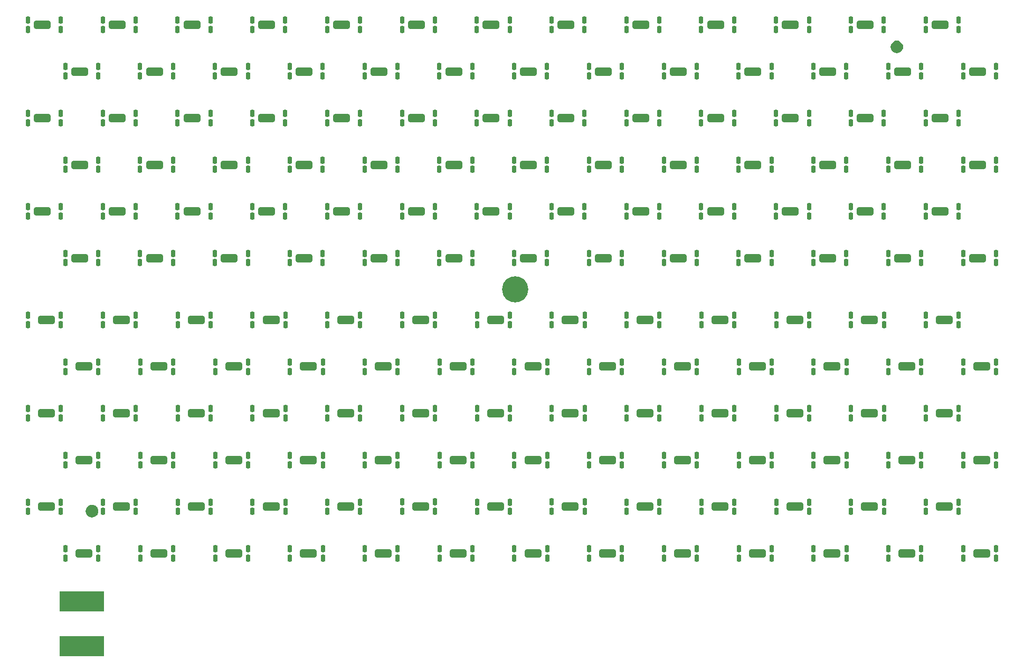
<source format=gts>
G04 Layer_Color=8388736*
%FSLAX24Y24*%
%MOIN*%
G70*
G01*
G75*
G04:AMPARAMS|DCode=20|XSize=108mil|YSize=54.5mil|CornerRadius=15.6mil|HoleSize=0mil|Usage=FLASHONLY|Rotation=180.000|XOffset=0mil|YOffset=0mil|HoleType=Round|Shape=RoundedRectangle|*
%AMROUNDEDRECTD20*
21,1,0.1080,0.0232,0,0,180.0*
21,1,0.0768,0.0545,0,0,180.0*
1,1,0.0312,-0.0384,0.0116*
1,1,0.0312,0.0384,0.0116*
1,1,0.0312,0.0384,-0.0116*
1,1,0.0312,-0.0384,-0.0116*
%
%ADD20ROUNDEDRECTD20*%
G04:AMPARAMS|DCode=21|XSize=28.5mil|YSize=43.4mil|CornerRadius=9.1mil|HoleSize=0mil|Usage=FLASHONLY|Rotation=180.000|XOffset=0mil|YOffset=0mil|HoleType=Round|Shape=RoundedRectangle|*
%AMROUNDEDRECTD21*
21,1,0.0285,0.0252,0,0,180.0*
21,1,0.0102,0.0434,0,0,180.0*
1,1,0.0182,-0.0051,0.0126*
1,1,0.0182,0.0051,0.0126*
1,1,0.0182,0.0051,-0.0126*
1,1,0.0182,-0.0051,-0.0126*
%
%ADD21ROUNDEDRECTD21*%
%ADD22R,0.2836X0.1261*%
%ADD23C,0.1655*%
G36*
X25467Y40551D02*
X25563Y40511D01*
X25645Y40448D01*
X25708Y40366D01*
X25748Y40270D01*
X25761Y40167D01*
X25748Y40065D01*
X25708Y39969D01*
X25645Y39887D01*
X25563Y39823D01*
X25467Y39784D01*
X25364Y39770D01*
X25261Y39784D01*
X25166Y39823D01*
X25083Y39887D01*
X25020Y39969D01*
X24981Y40065D01*
X24967Y40167D01*
X24981Y40270D01*
X25020Y40366D01*
X25083Y40448D01*
X25166Y40511D01*
X25261Y40551D01*
X25364Y40564D01*
X25467Y40551D01*
D02*
G37*
G36*
X76294Y69911D02*
X76389Y69871D01*
X76472Y69808D01*
X76535Y69726D01*
X76575Y69630D01*
X76588Y69528D01*
X76575Y69425D01*
X76535Y69329D01*
X76472Y69247D01*
X76389Y69184D01*
X76294Y69144D01*
X76191Y69130D01*
X76088Y69144D01*
X75992Y69184D01*
X75910Y69247D01*
X75847Y69329D01*
X75807Y69425D01*
X75794Y69528D01*
X75807Y69630D01*
X75847Y69726D01*
X75910Y69808D01*
X75992Y69871D01*
X76088Y69911D01*
X76191Y69925D01*
X76294Y69911D01*
D02*
G37*
D20*
X67106Y56161D02*
D03*
X24862Y49311D02*
D03*
X29587D02*
D03*
X34311D02*
D03*
X39035D02*
D03*
X43760D02*
D03*
X48484D02*
D03*
X53209D02*
D03*
X22500Y46358D02*
D03*
X27224D02*
D03*
X31949D02*
D03*
X36673D02*
D03*
X41398D02*
D03*
X46122D02*
D03*
X50846D02*
D03*
X24862Y43406D02*
D03*
X29587D02*
D03*
X34311D02*
D03*
X39035D02*
D03*
X43760D02*
D03*
X48484D02*
D03*
X53209D02*
D03*
X22500Y40453D02*
D03*
X27224D02*
D03*
X31949D02*
D03*
X36673D02*
D03*
X41398D02*
D03*
X46122Y40463D02*
D03*
X50846Y40453D02*
D03*
X24862Y37500D02*
D03*
X29587D02*
D03*
X34311D02*
D03*
X39035D02*
D03*
X43760D02*
D03*
X48484D02*
D03*
X53209D02*
D03*
X22500Y52264D02*
D03*
X27224D02*
D03*
X31949D02*
D03*
X36673D02*
D03*
X41398D02*
D03*
X46122D02*
D03*
X50846D02*
D03*
X57933Y49311D02*
D03*
X62657D02*
D03*
X67382D02*
D03*
X72106D02*
D03*
X76831D02*
D03*
X81555D02*
D03*
X78917Y59114D02*
D03*
X55571Y46358D02*
D03*
X60295D02*
D03*
X65020D02*
D03*
X69744D02*
D03*
X74468D02*
D03*
X79193D02*
D03*
X81280Y62067D02*
D03*
X57933Y43406D02*
D03*
X62657D02*
D03*
X67382D02*
D03*
X72106D02*
D03*
X76831D02*
D03*
X81555D02*
D03*
X78917Y65020D02*
D03*
X55571Y40463D02*
D03*
X60295Y40453D02*
D03*
X65020D02*
D03*
X69744D02*
D03*
X74468D02*
D03*
X79193D02*
D03*
X57933Y37500D02*
D03*
X62657D02*
D03*
X67382D02*
D03*
X72106D02*
D03*
X76831D02*
D03*
X81555D02*
D03*
X78917Y70925D02*
D03*
X55571Y52264D02*
D03*
X60295D02*
D03*
X65020D02*
D03*
X69744D02*
D03*
X74468D02*
D03*
X79193D02*
D03*
X74193Y59114D02*
D03*
X69468D02*
D03*
X64744D02*
D03*
X60020D02*
D03*
X57657Y62067D02*
D03*
X52933D02*
D03*
X48209D02*
D03*
X76555D02*
D03*
X71831D02*
D03*
X67106D02*
D03*
X62382D02*
D03*
X55295Y65020D02*
D03*
X50571D02*
D03*
X45846D02*
D03*
X74193D02*
D03*
X69468D02*
D03*
X64744D02*
D03*
X60020D02*
D03*
X57657Y56161D02*
D03*
X52933D02*
D03*
X48209D02*
D03*
X76555Y67972D02*
D03*
X71831D02*
D03*
X67106D02*
D03*
X62382D02*
D03*
X57657D02*
D03*
X50571Y70925D02*
D03*
X45846D02*
D03*
X74193D02*
D03*
X69468D02*
D03*
X64744D02*
D03*
X60020D02*
D03*
X55295D02*
D03*
X52933Y67972D02*
D03*
X48209D02*
D03*
X76555Y56161D02*
D03*
X71831D02*
D03*
X62382D02*
D03*
X55295Y59114D02*
D03*
X50571D02*
D03*
X45846D02*
D03*
X43484Y62067D02*
D03*
X38760D02*
D03*
X34035D02*
D03*
X29311D02*
D03*
X22224Y59114D02*
D03*
X41122Y65020D02*
D03*
X36398D02*
D03*
X31673D02*
D03*
X26949D02*
D03*
X24587Y62067D02*
D03*
X43484Y56161D02*
D03*
X38760D02*
D03*
X34035D02*
D03*
X29311D02*
D03*
X22224Y65020D02*
D03*
X41122Y70925D02*
D03*
X36398D02*
D03*
X31673D02*
D03*
X26949D02*
D03*
X22224D02*
D03*
X43484Y67972D02*
D03*
X38760D02*
D03*
X34035D02*
D03*
X29311D02*
D03*
X24587D02*
D03*
X41122Y59114D02*
D03*
X36388D02*
D03*
X31673D02*
D03*
X26949D02*
D03*
X24587Y56161D02*
D03*
X81280Y67972D02*
D03*
Y56161D02*
D03*
D21*
X66201Y55876D02*
D03*
Y56467D02*
D03*
X68278Y55876D02*
D03*
Y56467D02*
D03*
X25768Y49596D02*
D03*
Y49006D02*
D03*
X23691Y49596D02*
D03*
Y49006D02*
D03*
X30492Y49596D02*
D03*
Y49006D02*
D03*
X28415Y49596D02*
D03*
Y49006D02*
D03*
X35217Y49596D02*
D03*
Y49006D02*
D03*
X33140Y49596D02*
D03*
Y49006D02*
D03*
X39941Y49596D02*
D03*
Y49006D02*
D03*
X37864Y49596D02*
D03*
Y49006D02*
D03*
X44665Y49596D02*
D03*
Y49006D02*
D03*
X42589Y49596D02*
D03*
Y49006D02*
D03*
X49390Y49596D02*
D03*
Y49006D02*
D03*
X47313Y49596D02*
D03*
Y49006D02*
D03*
X54114Y49596D02*
D03*
Y49006D02*
D03*
X52037Y49596D02*
D03*
Y49006D02*
D03*
X23406Y46644D02*
D03*
Y46053D02*
D03*
X21329Y46644D02*
D03*
Y46053D02*
D03*
X28130Y46644D02*
D03*
Y46053D02*
D03*
X26053Y46644D02*
D03*
Y46053D02*
D03*
X32854Y46644D02*
D03*
Y46053D02*
D03*
X30778Y46644D02*
D03*
Y46053D02*
D03*
X37579Y46644D02*
D03*
Y46053D02*
D03*
X35502Y46644D02*
D03*
Y46053D02*
D03*
X42303Y46644D02*
D03*
Y46053D02*
D03*
X40226Y46644D02*
D03*
Y46053D02*
D03*
X47028Y46644D02*
D03*
Y46053D02*
D03*
X44951Y46644D02*
D03*
Y46053D02*
D03*
X51752Y46644D02*
D03*
Y46053D02*
D03*
X49675Y46644D02*
D03*
Y46053D02*
D03*
X25768Y43691D02*
D03*
Y43100D02*
D03*
X23691Y43691D02*
D03*
Y43100D02*
D03*
X30492Y43691D02*
D03*
Y43100D02*
D03*
X28415Y43691D02*
D03*
Y43100D02*
D03*
X35217Y43691D02*
D03*
Y43100D02*
D03*
X33140Y43691D02*
D03*
Y43100D02*
D03*
X39941Y43691D02*
D03*
Y43100D02*
D03*
X37864Y43691D02*
D03*
Y43100D02*
D03*
X44665Y43691D02*
D03*
Y43100D02*
D03*
X42589Y43691D02*
D03*
Y43100D02*
D03*
X49390Y43691D02*
D03*
Y43100D02*
D03*
X47313Y43691D02*
D03*
Y43100D02*
D03*
X54114Y43691D02*
D03*
Y43100D02*
D03*
X52037Y43691D02*
D03*
Y43100D02*
D03*
X23406Y40738D02*
D03*
Y40148D02*
D03*
X21329Y40738D02*
D03*
Y40148D02*
D03*
X28130Y40738D02*
D03*
Y40148D02*
D03*
X26053Y40738D02*
D03*
Y40148D02*
D03*
X32854Y40738D02*
D03*
Y40148D02*
D03*
X30778Y40738D02*
D03*
Y40148D02*
D03*
X37579Y40738D02*
D03*
Y40148D02*
D03*
X35502Y40738D02*
D03*
Y40148D02*
D03*
X42303Y40738D02*
D03*
Y40148D02*
D03*
X40226Y40738D02*
D03*
Y40148D02*
D03*
X47028Y40748D02*
D03*
Y40157D02*
D03*
X44951Y40748D02*
D03*
Y40157D02*
D03*
X51752Y40738D02*
D03*
Y40148D02*
D03*
X49675Y40738D02*
D03*
Y40148D02*
D03*
X25768Y37785D02*
D03*
Y37195D02*
D03*
X23691Y37785D02*
D03*
Y37195D02*
D03*
X30492Y37785D02*
D03*
Y37195D02*
D03*
X28415Y37785D02*
D03*
Y37195D02*
D03*
X35217Y37785D02*
D03*
Y37195D02*
D03*
X33140Y37785D02*
D03*
Y37195D02*
D03*
X39941Y37785D02*
D03*
Y37195D02*
D03*
X37864Y37785D02*
D03*
Y37195D02*
D03*
X44665Y37785D02*
D03*
Y37195D02*
D03*
X42589Y37785D02*
D03*
Y37195D02*
D03*
X49390Y37785D02*
D03*
Y37195D02*
D03*
X47313Y37785D02*
D03*
Y37195D02*
D03*
X54114Y37785D02*
D03*
Y37195D02*
D03*
X52037Y37785D02*
D03*
Y37195D02*
D03*
X23406Y52549D02*
D03*
Y51959D02*
D03*
X21329Y52549D02*
D03*
Y51959D02*
D03*
X28130Y52549D02*
D03*
Y51959D02*
D03*
X26053Y52549D02*
D03*
Y51959D02*
D03*
X32854Y52549D02*
D03*
Y51959D02*
D03*
X30778Y52549D02*
D03*
Y51959D02*
D03*
X37579Y52549D02*
D03*
Y51959D02*
D03*
X35502Y52549D02*
D03*
Y51959D02*
D03*
X42303Y52549D02*
D03*
Y51959D02*
D03*
X40226Y52549D02*
D03*
Y51959D02*
D03*
X47028Y52549D02*
D03*
Y51959D02*
D03*
X44951Y52549D02*
D03*
Y51959D02*
D03*
X51752Y52549D02*
D03*
Y51959D02*
D03*
X49675Y52549D02*
D03*
Y51959D02*
D03*
X58839Y49596D02*
D03*
Y49006D02*
D03*
X56762Y49596D02*
D03*
Y49006D02*
D03*
X63563Y49596D02*
D03*
Y49006D02*
D03*
X61486Y49596D02*
D03*
Y49006D02*
D03*
X68287Y49596D02*
D03*
Y49006D02*
D03*
X66211Y49596D02*
D03*
Y49006D02*
D03*
X73012Y49596D02*
D03*
Y49006D02*
D03*
X70935Y49596D02*
D03*
Y49006D02*
D03*
X77736Y49596D02*
D03*
Y49006D02*
D03*
X75659Y49596D02*
D03*
Y49006D02*
D03*
X82461Y49596D02*
D03*
Y49006D02*
D03*
X80384Y49596D02*
D03*
Y49006D02*
D03*
X78012Y58829D02*
D03*
Y59419D02*
D03*
X80089Y58829D02*
D03*
Y59419D02*
D03*
X56476Y46644D02*
D03*
Y46053D02*
D03*
X54400Y46644D02*
D03*
Y46053D02*
D03*
X61201Y46644D02*
D03*
Y46053D02*
D03*
X59124Y46644D02*
D03*
Y46053D02*
D03*
X65925Y46644D02*
D03*
Y46053D02*
D03*
X63848Y46644D02*
D03*
Y46053D02*
D03*
X70650Y46644D02*
D03*
Y46053D02*
D03*
X68573Y46644D02*
D03*
Y46053D02*
D03*
X75374Y46644D02*
D03*
Y46053D02*
D03*
X73297Y46644D02*
D03*
Y46053D02*
D03*
X80098Y46644D02*
D03*
Y46053D02*
D03*
X78022Y46644D02*
D03*
Y46053D02*
D03*
X80374Y61782D02*
D03*
Y62372D02*
D03*
X82451Y61782D02*
D03*
Y62372D02*
D03*
X58839Y43691D02*
D03*
Y43100D02*
D03*
X56762Y43691D02*
D03*
Y43100D02*
D03*
X63563Y43691D02*
D03*
Y43100D02*
D03*
X61486Y43691D02*
D03*
Y43100D02*
D03*
X68287Y43691D02*
D03*
Y43100D02*
D03*
X66211Y43691D02*
D03*
Y43100D02*
D03*
X73012Y43691D02*
D03*
Y43100D02*
D03*
X70935Y43691D02*
D03*
Y43100D02*
D03*
X77736Y43691D02*
D03*
Y43100D02*
D03*
X75659Y43691D02*
D03*
Y43100D02*
D03*
X82461Y43691D02*
D03*
Y43100D02*
D03*
X80384Y43691D02*
D03*
Y43100D02*
D03*
X78012Y64734D02*
D03*
Y65325D02*
D03*
X80089Y64734D02*
D03*
Y65325D02*
D03*
X56476Y40748D02*
D03*
Y40157D02*
D03*
X54400Y40748D02*
D03*
Y40157D02*
D03*
X61201Y40738D02*
D03*
Y40148D02*
D03*
X59124Y40738D02*
D03*
Y40148D02*
D03*
X65925Y40738D02*
D03*
Y40148D02*
D03*
X63848Y40738D02*
D03*
Y40148D02*
D03*
X70650Y40738D02*
D03*
Y40148D02*
D03*
X68573Y40738D02*
D03*
Y40148D02*
D03*
X75374Y40738D02*
D03*
Y40148D02*
D03*
X73297Y40738D02*
D03*
Y40148D02*
D03*
X80098Y40738D02*
D03*
Y40148D02*
D03*
X78022Y40738D02*
D03*
Y40148D02*
D03*
X58839Y37785D02*
D03*
Y37195D02*
D03*
X56762Y37785D02*
D03*
Y37195D02*
D03*
X63563Y37785D02*
D03*
Y37195D02*
D03*
X61486Y37785D02*
D03*
Y37195D02*
D03*
X68287Y37785D02*
D03*
Y37195D02*
D03*
X66211Y37785D02*
D03*
Y37195D02*
D03*
X73012Y37785D02*
D03*
Y37195D02*
D03*
X70935Y37785D02*
D03*
Y37195D02*
D03*
X77736Y37785D02*
D03*
Y37195D02*
D03*
X75659Y37785D02*
D03*
Y37195D02*
D03*
X82461Y37785D02*
D03*
Y37195D02*
D03*
X80384Y37785D02*
D03*
Y37195D02*
D03*
X78012Y70640D02*
D03*
Y71230D02*
D03*
X80089Y70640D02*
D03*
Y71230D02*
D03*
X56476Y52549D02*
D03*
Y51959D02*
D03*
X54400Y52549D02*
D03*
Y51959D02*
D03*
X61201Y52549D02*
D03*
Y51959D02*
D03*
X59124Y52549D02*
D03*
Y51959D02*
D03*
X65925Y52549D02*
D03*
Y51959D02*
D03*
X63848Y52549D02*
D03*
Y51959D02*
D03*
X70650Y52549D02*
D03*
Y51959D02*
D03*
X68573Y52549D02*
D03*
Y51959D02*
D03*
X75374Y52549D02*
D03*
Y51959D02*
D03*
X73297Y52549D02*
D03*
Y51959D02*
D03*
X80098Y52549D02*
D03*
Y51959D02*
D03*
X78022Y52549D02*
D03*
Y51959D02*
D03*
X73287Y58829D02*
D03*
Y59419D02*
D03*
X75364Y58829D02*
D03*
Y59419D02*
D03*
X68563Y58829D02*
D03*
Y59419D02*
D03*
X70640Y58829D02*
D03*
Y59419D02*
D03*
X63839Y58829D02*
D03*
Y59419D02*
D03*
X65915Y58829D02*
D03*
Y59419D02*
D03*
X59114Y58829D02*
D03*
Y59419D02*
D03*
X61191Y58829D02*
D03*
Y59419D02*
D03*
X56752Y61782D02*
D03*
Y62372D02*
D03*
X58829Y61782D02*
D03*
Y62372D02*
D03*
X52028Y61782D02*
D03*
Y62372D02*
D03*
X54104Y61782D02*
D03*
Y62372D02*
D03*
X47303Y61782D02*
D03*
Y62372D02*
D03*
X49380Y61782D02*
D03*
Y62372D02*
D03*
X75650Y61782D02*
D03*
Y62372D02*
D03*
X77726Y61782D02*
D03*
Y62372D02*
D03*
X70925Y61782D02*
D03*
Y62372D02*
D03*
X73002Y61782D02*
D03*
Y62372D02*
D03*
X66201Y61782D02*
D03*
Y62372D02*
D03*
X68278Y61782D02*
D03*
Y62372D02*
D03*
X61476Y61782D02*
D03*
Y62372D02*
D03*
X63553Y61782D02*
D03*
Y62372D02*
D03*
X54390Y64734D02*
D03*
Y65325D02*
D03*
X56467Y64734D02*
D03*
Y65325D02*
D03*
X49665Y64734D02*
D03*
Y65325D02*
D03*
X51742Y64734D02*
D03*
Y65325D02*
D03*
X44941Y64734D02*
D03*
Y65325D02*
D03*
X47018Y64734D02*
D03*
Y65325D02*
D03*
X73287Y64734D02*
D03*
Y65325D02*
D03*
X75364Y64734D02*
D03*
Y65325D02*
D03*
X68563Y64734D02*
D03*
Y65325D02*
D03*
X70640Y64734D02*
D03*
Y65325D02*
D03*
X63839Y64734D02*
D03*
Y65325D02*
D03*
X65915Y64734D02*
D03*
Y65325D02*
D03*
X59114Y64734D02*
D03*
Y65325D02*
D03*
X61191Y64734D02*
D03*
Y65325D02*
D03*
X56752Y55876D02*
D03*
Y56467D02*
D03*
X58829Y55876D02*
D03*
Y56467D02*
D03*
X52028Y55876D02*
D03*
Y56467D02*
D03*
X54104Y55876D02*
D03*
Y56467D02*
D03*
X47303Y55876D02*
D03*
Y56467D02*
D03*
X49380Y55876D02*
D03*
Y56467D02*
D03*
X75650Y67687D02*
D03*
Y68278D02*
D03*
X77726Y67687D02*
D03*
Y68278D02*
D03*
X70925Y67687D02*
D03*
Y68278D02*
D03*
X73002Y67687D02*
D03*
Y68278D02*
D03*
X66201Y67687D02*
D03*
Y68278D02*
D03*
X68278Y67687D02*
D03*
Y68278D02*
D03*
X61476Y67687D02*
D03*
Y68278D02*
D03*
X63553Y67687D02*
D03*
Y68278D02*
D03*
X56752Y67687D02*
D03*
Y68278D02*
D03*
X58829Y67687D02*
D03*
Y68278D02*
D03*
X49665Y70640D02*
D03*
Y71230D02*
D03*
X51742Y70640D02*
D03*
Y71230D02*
D03*
X44941Y70640D02*
D03*
Y71230D02*
D03*
X47018Y70640D02*
D03*
Y71230D02*
D03*
X73287Y70640D02*
D03*
Y71230D02*
D03*
X75364Y70640D02*
D03*
Y71230D02*
D03*
X68563Y70640D02*
D03*
Y71230D02*
D03*
X70640Y70640D02*
D03*
Y71230D02*
D03*
X63839Y70640D02*
D03*
Y71230D02*
D03*
X65915Y70640D02*
D03*
Y71230D02*
D03*
X59114Y70640D02*
D03*
Y71230D02*
D03*
X61191Y70640D02*
D03*
Y71230D02*
D03*
X54390Y70640D02*
D03*
Y71230D02*
D03*
X56467Y70640D02*
D03*
Y71230D02*
D03*
X52028Y67687D02*
D03*
Y68278D02*
D03*
X54104Y67687D02*
D03*
Y68278D02*
D03*
X47303Y67687D02*
D03*
Y68278D02*
D03*
X49380Y67687D02*
D03*
Y68278D02*
D03*
X75650Y55876D02*
D03*
Y56467D02*
D03*
X77726Y55876D02*
D03*
Y56467D02*
D03*
X70925Y55876D02*
D03*
Y56467D02*
D03*
X73002Y55876D02*
D03*
Y56467D02*
D03*
X61476Y55876D02*
D03*
Y56467D02*
D03*
X63553Y55876D02*
D03*
Y56467D02*
D03*
X54390Y58829D02*
D03*
Y59419D02*
D03*
X56467Y58829D02*
D03*
Y59419D02*
D03*
X49665Y58829D02*
D03*
Y59419D02*
D03*
X51742Y58829D02*
D03*
Y59419D02*
D03*
X44941Y58829D02*
D03*
Y59419D02*
D03*
X47018Y58829D02*
D03*
Y59419D02*
D03*
X42579Y61782D02*
D03*
Y62372D02*
D03*
X44656Y61782D02*
D03*
Y62372D02*
D03*
X37854Y61782D02*
D03*
Y62372D02*
D03*
X39931Y61782D02*
D03*
Y62372D02*
D03*
X33130Y61782D02*
D03*
Y62372D02*
D03*
X35207Y61782D02*
D03*
Y62372D02*
D03*
X28406Y61782D02*
D03*
Y62372D02*
D03*
X30482Y61782D02*
D03*
Y62372D02*
D03*
X21319Y58829D02*
D03*
Y59419D02*
D03*
X23396Y58829D02*
D03*
Y59419D02*
D03*
X40217Y64734D02*
D03*
Y65325D02*
D03*
X42293Y64734D02*
D03*
Y65325D02*
D03*
X35492Y64734D02*
D03*
Y65325D02*
D03*
X37569Y64734D02*
D03*
Y65325D02*
D03*
X30768Y64734D02*
D03*
Y65325D02*
D03*
X32844Y64734D02*
D03*
Y65325D02*
D03*
X26043Y64734D02*
D03*
Y65325D02*
D03*
X28120Y64734D02*
D03*
Y65325D02*
D03*
X23681Y61782D02*
D03*
Y62372D02*
D03*
X25758Y61782D02*
D03*
Y62372D02*
D03*
X42579Y55876D02*
D03*
Y56467D02*
D03*
X44656Y55876D02*
D03*
Y56467D02*
D03*
X37854Y55876D02*
D03*
Y56467D02*
D03*
X39931Y55876D02*
D03*
Y56467D02*
D03*
X33130Y55876D02*
D03*
Y56467D02*
D03*
X35207Y55876D02*
D03*
Y56467D02*
D03*
X28406Y55876D02*
D03*
Y56467D02*
D03*
X30482Y55876D02*
D03*
Y56467D02*
D03*
X21319Y64734D02*
D03*
Y65325D02*
D03*
X23396Y64734D02*
D03*
Y65325D02*
D03*
X40217Y70640D02*
D03*
Y71230D02*
D03*
X42293Y70640D02*
D03*
Y71230D02*
D03*
X35492Y70640D02*
D03*
Y71230D02*
D03*
X37569Y70640D02*
D03*
Y71230D02*
D03*
X30768Y70640D02*
D03*
Y71230D02*
D03*
X32844Y70640D02*
D03*
Y71230D02*
D03*
X26043Y70640D02*
D03*
Y71230D02*
D03*
X28120Y70640D02*
D03*
Y71230D02*
D03*
X21319Y70640D02*
D03*
Y71230D02*
D03*
X23396Y70640D02*
D03*
Y71230D02*
D03*
X42579Y67687D02*
D03*
Y68278D02*
D03*
X44656Y67687D02*
D03*
Y68278D02*
D03*
X37854Y67687D02*
D03*
Y68278D02*
D03*
X39931Y67687D02*
D03*
Y68278D02*
D03*
X33130Y67687D02*
D03*
Y68278D02*
D03*
X35207Y67687D02*
D03*
Y68278D02*
D03*
X28406Y67687D02*
D03*
Y68278D02*
D03*
X30482Y67687D02*
D03*
Y68278D02*
D03*
X23681Y67687D02*
D03*
Y68278D02*
D03*
X25758Y67687D02*
D03*
Y68278D02*
D03*
X40217Y58829D02*
D03*
Y59419D02*
D03*
X42293Y58829D02*
D03*
Y59419D02*
D03*
X35482Y58829D02*
D03*
Y59419D02*
D03*
X37559Y58829D02*
D03*
Y59419D02*
D03*
X30768Y58829D02*
D03*
Y59419D02*
D03*
X32844Y58829D02*
D03*
Y59419D02*
D03*
X26043Y58829D02*
D03*
Y59419D02*
D03*
X28120Y58829D02*
D03*
Y59419D02*
D03*
X23681Y55876D02*
D03*
Y56467D02*
D03*
X25758Y55876D02*
D03*
Y56467D02*
D03*
X80374Y67687D02*
D03*
Y68278D02*
D03*
X82451Y67687D02*
D03*
Y68278D02*
D03*
X80374Y55876D02*
D03*
Y56467D02*
D03*
X82451Y55876D02*
D03*
Y56467D02*
D03*
D22*
X24724Y34469D02*
D03*
Y31634D02*
D03*
D23*
X52087Y54200D02*
D03*
M02*

</source>
